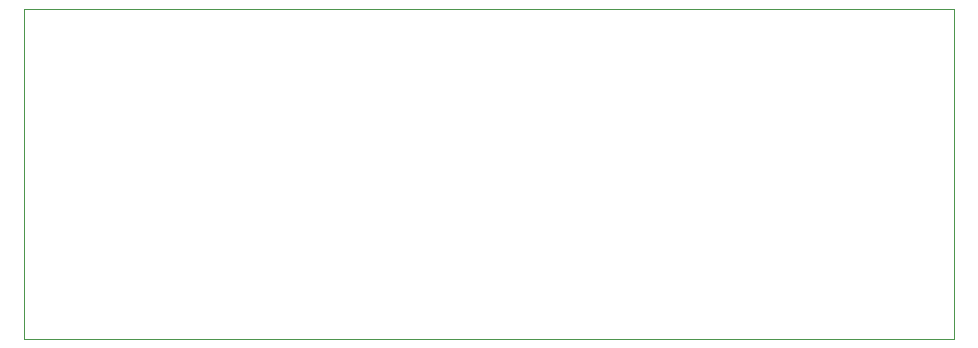
<source format=gbr>
%TF.GenerationSoftware,KiCad,Pcbnew,(6.0.2)*%
%TF.CreationDate,2022-03-25T16:36:57-07:00*%
%TF.ProjectId,buttons,62757474-6f6e-4732-9e6b-696361645f70,rev?*%
%TF.SameCoordinates,Original*%
%TF.FileFunction,Profile,NP*%
%FSLAX46Y46*%
G04 Gerber Fmt 4.6, Leading zero omitted, Abs format (unit mm)*
G04 Created by KiCad (PCBNEW (6.0.2)) date 2022-03-25 16:36:57*
%MOMM*%
%LPD*%
G01*
G04 APERTURE LIST*
%TA.AperFunction,Profile*%
%ADD10C,0.100000*%
%TD*%
G04 APERTURE END LIST*
D10*
X119380000Y-66040000D02*
X198120000Y-66040000D01*
X198120000Y-66040000D02*
X198120000Y-93980000D01*
X198120000Y-93980000D02*
X119380000Y-93980000D01*
X119380000Y-93980000D02*
X119380000Y-66040000D01*
M02*

</source>
